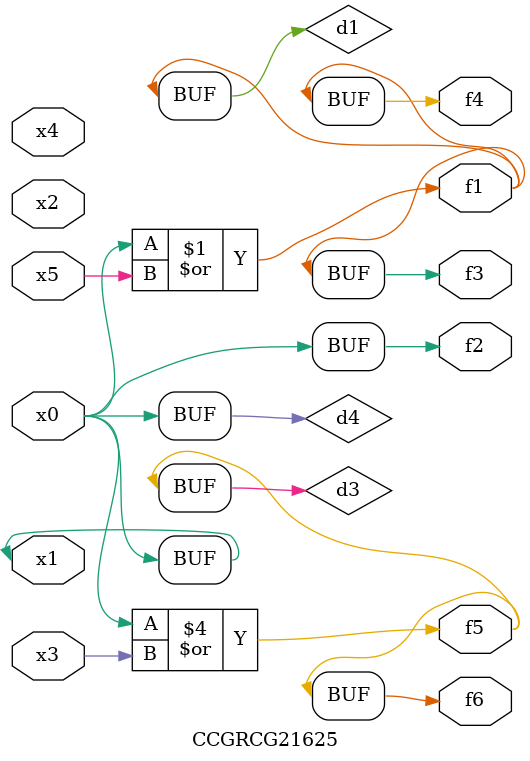
<source format=v>
module CCGRCG21625(
	input x0, x1, x2, x3, x4, x5,
	output f1, f2, f3, f4, f5, f6
);

	wire d1, d2, d3, d4;

	or (d1, x0, x5);
	xnor (d2, x1, x4);
	or (d3, x0, x3);
	buf (d4, x0, x1);
	assign f1 = d1;
	assign f2 = d4;
	assign f3 = d1;
	assign f4 = d1;
	assign f5 = d3;
	assign f6 = d3;
endmodule

</source>
